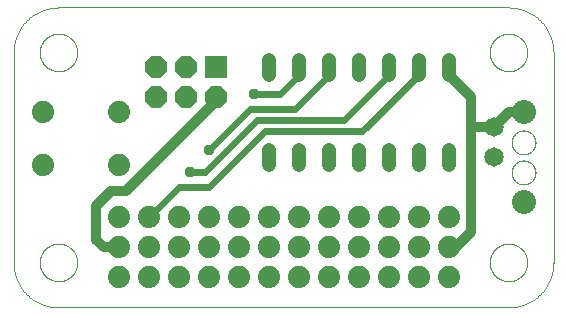
<source format=gtl>
G75*
%MOIN*%
%OFA0B0*%
%FSLAX25Y25*%
%IPPOS*%
%LPD*%
%AMOC8*
5,1,8,0,0,1.08239X$1,22.5*
%
%ADD10C,0.00000*%
%ADD11C,0.04800*%
%ADD12R,0.07400X0.07400*%
%ADD13OC8,0.07400*%
%ADD14C,0.07400*%
%ADD15C,0.08000*%
%ADD16C,0.06500*%
%ADD17C,0.03200*%
%ADD18C,0.02400*%
%ADD19C,0.03762*%
D10*
X0016000Y0001167D02*
X0166000Y0001167D01*
X0159750Y0016167D02*
X0159752Y0016325D01*
X0159758Y0016482D01*
X0159768Y0016640D01*
X0159782Y0016797D01*
X0159800Y0016953D01*
X0159821Y0017110D01*
X0159847Y0017265D01*
X0159877Y0017420D01*
X0159910Y0017574D01*
X0159948Y0017727D01*
X0159989Y0017880D01*
X0160034Y0018031D01*
X0160083Y0018181D01*
X0160136Y0018329D01*
X0160192Y0018477D01*
X0160253Y0018622D01*
X0160316Y0018767D01*
X0160384Y0018909D01*
X0160455Y0019050D01*
X0160529Y0019189D01*
X0160607Y0019326D01*
X0160689Y0019461D01*
X0160773Y0019594D01*
X0160862Y0019725D01*
X0160953Y0019853D01*
X0161048Y0019980D01*
X0161145Y0020103D01*
X0161246Y0020225D01*
X0161350Y0020343D01*
X0161457Y0020459D01*
X0161567Y0020572D01*
X0161679Y0020683D01*
X0161795Y0020790D01*
X0161913Y0020895D01*
X0162033Y0020997D01*
X0162156Y0021095D01*
X0162282Y0021191D01*
X0162410Y0021283D01*
X0162540Y0021372D01*
X0162672Y0021458D01*
X0162807Y0021540D01*
X0162944Y0021619D01*
X0163082Y0021694D01*
X0163222Y0021766D01*
X0163365Y0021834D01*
X0163508Y0021899D01*
X0163654Y0021960D01*
X0163801Y0022017D01*
X0163949Y0022071D01*
X0164099Y0022121D01*
X0164249Y0022167D01*
X0164401Y0022209D01*
X0164554Y0022248D01*
X0164708Y0022282D01*
X0164863Y0022313D01*
X0165018Y0022339D01*
X0165174Y0022362D01*
X0165331Y0022381D01*
X0165488Y0022396D01*
X0165645Y0022407D01*
X0165803Y0022414D01*
X0165961Y0022417D01*
X0166118Y0022416D01*
X0166276Y0022411D01*
X0166433Y0022402D01*
X0166591Y0022389D01*
X0166747Y0022372D01*
X0166904Y0022351D01*
X0167059Y0022327D01*
X0167214Y0022298D01*
X0167369Y0022265D01*
X0167522Y0022229D01*
X0167675Y0022188D01*
X0167826Y0022144D01*
X0167976Y0022096D01*
X0168125Y0022045D01*
X0168273Y0021989D01*
X0168419Y0021930D01*
X0168564Y0021867D01*
X0168707Y0021800D01*
X0168848Y0021730D01*
X0168987Y0021657D01*
X0169125Y0021580D01*
X0169261Y0021499D01*
X0169394Y0021415D01*
X0169525Y0021328D01*
X0169654Y0021237D01*
X0169781Y0021143D01*
X0169906Y0021046D01*
X0170027Y0020946D01*
X0170147Y0020843D01*
X0170263Y0020737D01*
X0170377Y0020628D01*
X0170489Y0020516D01*
X0170597Y0020402D01*
X0170702Y0020284D01*
X0170805Y0020164D01*
X0170904Y0020042D01*
X0171000Y0019917D01*
X0171093Y0019789D01*
X0171183Y0019660D01*
X0171269Y0019528D01*
X0171353Y0019394D01*
X0171432Y0019258D01*
X0171509Y0019120D01*
X0171581Y0018980D01*
X0171650Y0018838D01*
X0171716Y0018695D01*
X0171778Y0018550D01*
X0171836Y0018403D01*
X0171891Y0018255D01*
X0171942Y0018106D01*
X0171989Y0017955D01*
X0172032Y0017804D01*
X0172071Y0017651D01*
X0172107Y0017497D01*
X0172138Y0017343D01*
X0172166Y0017188D01*
X0172190Y0017032D01*
X0172210Y0016875D01*
X0172226Y0016718D01*
X0172238Y0016561D01*
X0172246Y0016404D01*
X0172250Y0016246D01*
X0172250Y0016088D01*
X0172246Y0015930D01*
X0172238Y0015773D01*
X0172226Y0015616D01*
X0172210Y0015459D01*
X0172190Y0015302D01*
X0172166Y0015146D01*
X0172138Y0014991D01*
X0172107Y0014837D01*
X0172071Y0014683D01*
X0172032Y0014530D01*
X0171989Y0014379D01*
X0171942Y0014228D01*
X0171891Y0014079D01*
X0171836Y0013931D01*
X0171778Y0013784D01*
X0171716Y0013639D01*
X0171650Y0013496D01*
X0171581Y0013354D01*
X0171509Y0013214D01*
X0171432Y0013076D01*
X0171353Y0012940D01*
X0171269Y0012806D01*
X0171183Y0012674D01*
X0171093Y0012545D01*
X0171000Y0012417D01*
X0170904Y0012292D01*
X0170805Y0012170D01*
X0170702Y0012050D01*
X0170597Y0011932D01*
X0170489Y0011818D01*
X0170377Y0011706D01*
X0170263Y0011597D01*
X0170147Y0011491D01*
X0170027Y0011388D01*
X0169906Y0011288D01*
X0169781Y0011191D01*
X0169654Y0011097D01*
X0169525Y0011006D01*
X0169394Y0010919D01*
X0169261Y0010835D01*
X0169125Y0010754D01*
X0168987Y0010677D01*
X0168848Y0010604D01*
X0168707Y0010534D01*
X0168564Y0010467D01*
X0168419Y0010404D01*
X0168273Y0010345D01*
X0168125Y0010289D01*
X0167976Y0010238D01*
X0167826Y0010190D01*
X0167675Y0010146D01*
X0167522Y0010105D01*
X0167369Y0010069D01*
X0167214Y0010036D01*
X0167059Y0010007D01*
X0166904Y0009983D01*
X0166747Y0009962D01*
X0166591Y0009945D01*
X0166433Y0009932D01*
X0166276Y0009923D01*
X0166118Y0009918D01*
X0165961Y0009917D01*
X0165803Y0009920D01*
X0165645Y0009927D01*
X0165488Y0009938D01*
X0165331Y0009953D01*
X0165174Y0009972D01*
X0165018Y0009995D01*
X0164863Y0010021D01*
X0164708Y0010052D01*
X0164554Y0010086D01*
X0164401Y0010125D01*
X0164249Y0010167D01*
X0164099Y0010213D01*
X0163949Y0010263D01*
X0163801Y0010317D01*
X0163654Y0010374D01*
X0163508Y0010435D01*
X0163365Y0010500D01*
X0163222Y0010568D01*
X0163082Y0010640D01*
X0162944Y0010715D01*
X0162807Y0010794D01*
X0162672Y0010876D01*
X0162540Y0010962D01*
X0162410Y0011051D01*
X0162282Y0011143D01*
X0162156Y0011239D01*
X0162033Y0011337D01*
X0161913Y0011439D01*
X0161795Y0011544D01*
X0161679Y0011651D01*
X0161567Y0011762D01*
X0161457Y0011875D01*
X0161350Y0011991D01*
X0161246Y0012109D01*
X0161145Y0012231D01*
X0161048Y0012354D01*
X0160953Y0012481D01*
X0160862Y0012609D01*
X0160773Y0012740D01*
X0160689Y0012873D01*
X0160607Y0013008D01*
X0160529Y0013145D01*
X0160455Y0013284D01*
X0160384Y0013425D01*
X0160316Y0013567D01*
X0160253Y0013712D01*
X0160192Y0013857D01*
X0160136Y0014005D01*
X0160083Y0014153D01*
X0160034Y0014303D01*
X0159989Y0014454D01*
X0159948Y0014607D01*
X0159910Y0014760D01*
X0159877Y0014914D01*
X0159847Y0015069D01*
X0159821Y0015224D01*
X0159800Y0015381D01*
X0159782Y0015537D01*
X0159768Y0015694D01*
X0159758Y0015852D01*
X0159752Y0016009D01*
X0159750Y0016167D01*
X0166000Y0001167D02*
X0166362Y0001171D01*
X0166725Y0001185D01*
X0167087Y0001206D01*
X0167448Y0001237D01*
X0167808Y0001276D01*
X0168167Y0001324D01*
X0168525Y0001381D01*
X0168882Y0001446D01*
X0169237Y0001520D01*
X0169590Y0001603D01*
X0169941Y0001694D01*
X0170289Y0001793D01*
X0170635Y0001901D01*
X0170979Y0002017D01*
X0171319Y0002142D01*
X0171656Y0002274D01*
X0171990Y0002415D01*
X0172321Y0002564D01*
X0172648Y0002721D01*
X0172971Y0002885D01*
X0173290Y0003057D01*
X0173604Y0003237D01*
X0173915Y0003425D01*
X0174220Y0003620D01*
X0174521Y0003822D01*
X0174817Y0004032D01*
X0175107Y0004248D01*
X0175393Y0004472D01*
X0175673Y0004702D01*
X0175947Y0004939D01*
X0176215Y0005183D01*
X0176478Y0005433D01*
X0176734Y0005689D01*
X0176984Y0005952D01*
X0177228Y0006220D01*
X0177465Y0006494D01*
X0177695Y0006774D01*
X0177919Y0007060D01*
X0178135Y0007350D01*
X0178345Y0007646D01*
X0178547Y0007947D01*
X0178742Y0008252D01*
X0178930Y0008563D01*
X0179110Y0008877D01*
X0179282Y0009196D01*
X0179446Y0009519D01*
X0179603Y0009846D01*
X0179752Y0010177D01*
X0179893Y0010511D01*
X0180025Y0010848D01*
X0180150Y0011188D01*
X0180266Y0011532D01*
X0180374Y0011878D01*
X0180473Y0012226D01*
X0180564Y0012577D01*
X0180647Y0012930D01*
X0180721Y0013285D01*
X0180786Y0013642D01*
X0180843Y0014000D01*
X0180891Y0014359D01*
X0180930Y0014719D01*
X0180961Y0015080D01*
X0180982Y0015442D01*
X0180996Y0015805D01*
X0181000Y0016167D01*
X0181000Y0086167D01*
X0159750Y0086167D02*
X0159752Y0086325D01*
X0159758Y0086482D01*
X0159768Y0086640D01*
X0159782Y0086797D01*
X0159800Y0086953D01*
X0159821Y0087110D01*
X0159847Y0087265D01*
X0159877Y0087420D01*
X0159910Y0087574D01*
X0159948Y0087727D01*
X0159989Y0087880D01*
X0160034Y0088031D01*
X0160083Y0088181D01*
X0160136Y0088329D01*
X0160192Y0088477D01*
X0160253Y0088622D01*
X0160316Y0088767D01*
X0160384Y0088909D01*
X0160455Y0089050D01*
X0160529Y0089189D01*
X0160607Y0089326D01*
X0160689Y0089461D01*
X0160773Y0089594D01*
X0160862Y0089725D01*
X0160953Y0089853D01*
X0161048Y0089980D01*
X0161145Y0090103D01*
X0161246Y0090225D01*
X0161350Y0090343D01*
X0161457Y0090459D01*
X0161567Y0090572D01*
X0161679Y0090683D01*
X0161795Y0090790D01*
X0161913Y0090895D01*
X0162033Y0090997D01*
X0162156Y0091095D01*
X0162282Y0091191D01*
X0162410Y0091283D01*
X0162540Y0091372D01*
X0162672Y0091458D01*
X0162807Y0091540D01*
X0162944Y0091619D01*
X0163082Y0091694D01*
X0163222Y0091766D01*
X0163365Y0091834D01*
X0163508Y0091899D01*
X0163654Y0091960D01*
X0163801Y0092017D01*
X0163949Y0092071D01*
X0164099Y0092121D01*
X0164249Y0092167D01*
X0164401Y0092209D01*
X0164554Y0092248D01*
X0164708Y0092282D01*
X0164863Y0092313D01*
X0165018Y0092339D01*
X0165174Y0092362D01*
X0165331Y0092381D01*
X0165488Y0092396D01*
X0165645Y0092407D01*
X0165803Y0092414D01*
X0165961Y0092417D01*
X0166118Y0092416D01*
X0166276Y0092411D01*
X0166433Y0092402D01*
X0166591Y0092389D01*
X0166747Y0092372D01*
X0166904Y0092351D01*
X0167059Y0092327D01*
X0167214Y0092298D01*
X0167369Y0092265D01*
X0167522Y0092229D01*
X0167675Y0092188D01*
X0167826Y0092144D01*
X0167976Y0092096D01*
X0168125Y0092045D01*
X0168273Y0091989D01*
X0168419Y0091930D01*
X0168564Y0091867D01*
X0168707Y0091800D01*
X0168848Y0091730D01*
X0168987Y0091657D01*
X0169125Y0091580D01*
X0169261Y0091499D01*
X0169394Y0091415D01*
X0169525Y0091328D01*
X0169654Y0091237D01*
X0169781Y0091143D01*
X0169906Y0091046D01*
X0170027Y0090946D01*
X0170147Y0090843D01*
X0170263Y0090737D01*
X0170377Y0090628D01*
X0170489Y0090516D01*
X0170597Y0090402D01*
X0170702Y0090284D01*
X0170805Y0090164D01*
X0170904Y0090042D01*
X0171000Y0089917D01*
X0171093Y0089789D01*
X0171183Y0089660D01*
X0171269Y0089528D01*
X0171353Y0089394D01*
X0171432Y0089258D01*
X0171509Y0089120D01*
X0171581Y0088980D01*
X0171650Y0088838D01*
X0171716Y0088695D01*
X0171778Y0088550D01*
X0171836Y0088403D01*
X0171891Y0088255D01*
X0171942Y0088106D01*
X0171989Y0087955D01*
X0172032Y0087804D01*
X0172071Y0087651D01*
X0172107Y0087497D01*
X0172138Y0087343D01*
X0172166Y0087188D01*
X0172190Y0087032D01*
X0172210Y0086875D01*
X0172226Y0086718D01*
X0172238Y0086561D01*
X0172246Y0086404D01*
X0172250Y0086246D01*
X0172250Y0086088D01*
X0172246Y0085930D01*
X0172238Y0085773D01*
X0172226Y0085616D01*
X0172210Y0085459D01*
X0172190Y0085302D01*
X0172166Y0085146D01*
X0172138Y0084991D01*
X0172107Y0084837D01*
X0172071Y0084683D01*
X0172032Y0084530D01*
X0171989Y0084379D01*
X0171942Y0084228D01*
X0171891Y0084079D01*
X0171836Y0083931D01*
X0171778Y0083784D01*
X0171716Y0083639D01*
X0171650Y0083496D01*
X0171581Y0083354D01*
X0171509Y0083214D01*
X0171432Y0083076D01*
X0171353Y0082940D01*
X0171269Y0082806D01*
X0171183Y0082674D01*
X0171093Y0082545D01*
X0171000Y0082417D01*
X0170904Y0082292D01*
X0170805Y0082170D01*
X0170702Y0082050D01*
X0170597Y0081932D01*
X0170489Y0081818D01*
X0170377Y0081706D01*
X0170263Y0081597D01*
X0170147Y0081491D01*
X0170027Y0081388D01*
X0169906Y0081288D01*
X0169781Y0081191D01*
X0169654Y0081097D01*
X0169525Y0081006D01*
X0169394Y0080919D01*
X0169261Y0080835D01*
X0169125Y0080754D01*
X0168987Y0080677D01*
X0168848Y0080604D01*
X0168707Y0080534D01*
X0168564Y0080467D01*
X0168419Y0080404D01*
X0168273Y0080345D01*
X0168125Y0080289D01*
X0167976Y0080238D01*
X0167826Y0080190D01*
X0167675Y0080146D01*
X0167522Y0080105D01*
X0167369Y0080069D01*
X0167214Y0080036D01*
X0167059Y0080007D01*
X0166904Y0079983D01*
X0166747Y0079962D01*
X0166591Y0079945D01*
X0166433Y0079932D01*
X0166276Y0079923D01*
X0166118Y0079918D01*
X0165961Y0079917D01*
X0165803Y0079920D01*
X0165645Y0079927D01*
X0165488Y0079938D01*
X0165331Y0079953D01*
X0165174Y0079972D01*
X0165018Y0079995D01*
X0164863Y0080021D01*
X0164708Y0080052D01*
X0164554Y0080086D01*
X0164401Y0080125D01*
X0164249Y0080167D01*
X0164099Y0080213D01*
X0163949Y0080263D01*
X0163801Y0080317D01*
X0163654Y0080374D01*
X0163508Y0080435D01*
X0163365Y0080500D01*
X0163222Y0080568D01*
X0163082Y0080640D01*
X0162944Y0080715D01*
X0162807Y0080794D01*
X0162672Y0080876D01*
X0162540Y0080962D01*
X0162410Y0081051D01*
X0162282Y0081143D01*
X0162156Y0081239D01*
X0162033Y0081337D01*
X0161913Y0081439D01*
X0161795Y0081544D01*
X0161679Y0081651D01*
X0161567Y0081762D01*
X0161457Y0081875D01*
X0161350Y0081991D01*
X0161246Y0082109D01*
X0161145Y0082231D01*
X0161048Y0082354D01*
X0160953Y0082481D01*
X0160862Y0082609D01*
X0160773Y0082740D01*
X0160689Y0082873D01*
X0160607Y0083008D01*
X0160529Y0083145D01*
X0160455Y0083284D01*
X0160384Y0083425D01*
X0160316Y0083567D01*
X0160253Y0083712D01*
X0160192Y0083857D01*
X0160136Y0084005D01*
X0160083Y0084153D01*
X0160034Y0084303D01*
X0159989Y0084454D01*
X0159948Y0084607D01*
X0159910Y0084760D01*
X0159877Y0084914D01*
X0159847Y0085069D01*
X0159821Y0085224D01*
X0159800Y0085381D01*
X0159782Y0085537D01*
X0159768Y0085694D01*
X0159758Y0085852D01*
X0159752Y0086009D01*
X0159750Y0086167D01*
X0166000Y0101167D02*
X0166362Y0101163D01*
X0166725Y0101149D01*
X0167087Y0101128D01*
X0167448Y0101097D01*
X0167808Y0101058D01*
X0168167Y0101010D01*
X0168525Y0100953D01*
X0168882Y0100888D01*
X0169237Y0100814D01*
X0169590Y0100731D01*
X0169941Y0100640D01*
X0170289Y0100541D01*
X0170635Y0100433D01*
X0170979Y0100317D01*
X0171319Y0100192D01*
X0171656Y0100060D01*
X0171990Y0099919D01*
X0172321Y0099770D01*
X0172648Y0099613D01*
X0172971Y0099449D01*
X0173290Y0099277D01*
X0173604Y0099097D01*
X0173915Y0098909D01*
X0174220Y0098714D01*
X0174521Y0098512D01*
X0174817Y0098302D01*
X0175107Y0098086D01*
X0175393Y0097862D01*
X0175673Y0097632D01*
X0175947Y0097395D01*
X0176215Y0097151D01*
X0176478Y0096901D01*
X0176734Y0096645D01*
X0176984Y0096382D01*
X0177228Y0096114D01*
X0177465Y0095840D01*
X0177695Y0095560D01*
X0177919Y0095274D01*
X0178135Y0094984D01*
X0178345Y0094688D01*
X0178547Y0094387D01*
X0178742Y0094082D01*
X0178930Y0093771D01*
X0179110Y0093457D01*
X0179282Y0093138D01*
X0179446Y0092815D01*
X0179603Y0092488D01*
X0179752Y0092157D01*
X0179893Y0091823D01*
X0180025Y0091486D01*
X0180150Y0091146D01*
X0180266Y0090802D01*
X0180374Y0090456D01*
X0180473Y0090108D01*
X0180564Y0089757D01*
X0180647Y0089404D01*
X0180721Y0089049D01*
X0180786Y0088692D01*
X0180843Y0088334D01*
X0180891Y0087975D01*
X0180930Y0087615D01*
X0180961Y0087254D01*
X0180982Y0086892D01*
X0180996Y0086529D01*
X0181000Y0086167D01*
X0166000Y0101167D02*
X0016000Y0101167D01*
X0009750Y0086167D02*
X0009752Y0086325D01*
X0009758Y0086482D01*
X0009768Y0086640D01*
X0009782Y0086797D01*
X0009800Y0086953D01*
X0009821Y0087110D01*
X0009847Y0087265D01*
X0009877Y0087420D01*
X0009910Y0087574D01*
X0009948Y0087727D01*
X0009989Y0087880D01*
X0010034Y0088031D01*
X0010083Y0088181D01*
X0010136Y0088329D01*
X0010192Y0088477D01*
X0010253Y0088622D01*
X0010316Y0088767D01*
X0010384Y0088909D01*
X0010455Y0089050D01*
X0010529Y0089189D01*
X0010607Y0089326D01*
X0010689Y0089461D01*
X0010773Y0089594D01*
X0010862Y0089725D01*
X0010953Y0089853D01*
X0011048Y0089980D01*
X0011145Y0090103D01*
X0011246Y0090225D01*
X0011350Y0090343D01*
X0011457Y0090459D01*
X0011567Y0090572D01*
X0011679Y0090683D01*
X0011795Y0090790D01*
X0011913Y0090895D01*
X0012033Y0090997D01*
X0012156Y0091095D01*
X0012282Y0091191D01*
X0012410Y0091283D01*
X0012540Y0091372D01*
X0012672Y0091458D01*
X0012807Y0091540D01*
X0012944Y0091619D01*
X0013082Y0091694D01*
X0013222Y0091766D01*
X0013365Y0091834D01*
X0013508Y0091899D01*
X0013654Y0091960D01*
X0013801Y0092017D01*
X0013949Y0092071D01*
X0014099Y0092121D01*
X0014249Y0092167D01*
X0014401Y0092209D01*
X0014554Y0092248D01*
X0014708Y0092282D01*
X0014863Y0092313D01*
X0015018Y0092339D01*
X0015174Y0092362D01*
X0015331Y0092381D01*
X0015488Y0092396D01*
X0015645Y0092407D01*
X0015803Y0092414D01*
X0015961Y0092417D01*
X0016118Y0092416D01*
X0016276Y0092411D01*
X0016433Y0092402D01*
X0016591Y0092389D01*
X0016747Y0092372D01*
X0016904Y0092351D01*
X0017059Y0092327D01*
X0017214Y0092298D01*
X0017369Y0092265D01*
X0017522Y0092229D01*
X0017675Y0092188D01*
X0017826Y0092144D01*
X0017976Y0092096D01*
X0018125Y0092045D01*
X0018273Y0091989D01*
X0018419Y0091930D01*
X0018564Y0091867D01*
X0018707Y0091800D01*
X0018848Y0091730D01*
X0018987Y0091657D01*
X0019125Y0091580D01*
X0019261Y0091499D01*
X0019394Y0091415D01*
X0019525Y0091328D01*
X0019654Y0091237D01*
X0019781Y0091143D01*
X0019906Y0091046D01*
X0020027Y0090946D01*
X0020147Y0090843D01*
X0020263Y0090737D01*
X0020377Y0090628D01*
X0020489Y0090516D01*
X0020597Y0090402D01*
X0020702Y0090284D01*
X0020805Y0090164D01*
X0020904Y0090042D01*
X0021000Y0089917D01*
X0021093Y0089789D01*
X0021183Y0089660D01*
X0021269Y0089528D01*
X0021353Y0089394D01*
X0021432Y0089258D01*
X0021509Y0089120D01*
X0021581Y0088980D01*
X0021650Y0088838D01*
X0021716Y0088695D01*
X0021778Y0088550D01*
X0021836Y0088403D01*
X0021891Y0088255D01*
X0021942Y0088106D01*
X0021989Y0087955D01*
X0022032Y0087804D01*
X0022071Y0087651D01*
X0022107Y0087497D01*
X0022138Y0087343D01*
X0022166Y0087188D01*
X0022190Y0087032D01*
X0022210Y0086875D01*
X0022226Y0086718D01*
X0022238Y0086561D01*
X0022246Y0086404D01*
X0022250Y0086246D01*
X0022250Y0086088D01*
X0022246Y0085930D01*
X0022238Y0085773D01*
X0022226Y0085616D01*
X0022210Y0085459D01*
X0022190Y0085302D01*
X0022166Y0085146D01*
X0022138Y0084991D01*
X0022107Y0084837D01*
X0022071Y0084683D01*
X0022032Y0084530D01*
X0021989Y0084379D01*
X0021942Y0084228D01*
X0021891Y0084079D01*
X0021836Y0083931D01*
X0021778Y0083784D01*
X0021716Y0083639D01*
X0021650Y0083496D01*
X0021581Y0083354D01*
X0021509Y0083214D01*
X0021432Y0083076D01*
X0021353Y0082940D01*
X0021269Y0082806D01*
X0021183Y0082674D01*
X0021093Y0082545D01*
X0021000Y0082417D01*
X0020904Y0082292D01*
X0020805Y0082170D01*
X0020702Y0082050D01*
X0020597Y0081932D01*
X0020489Y0081818D01*
X0020377Y0081706D01*
X0020263Y0081597D01*
X0020147Y0081491D01*
X0020027Y0081388D01*
X0019906Y0081288D01*
X0019781Y0081191D01*
X0019654Y0081097D01*
X0019525Y0081006D01*
X0019394Y0080919D01*
X0019261Y0080835D01*
X0019125Y0080754D01*
X0018987Y0080677D01*
X0018848Y0080604D01*
X0018707Y0080534D01*
X0018564Y0080467D01*
X0018419Y0080404D01*
X0018273Y0080345D01*
X0018125Y0080289D01*
X0017976Y0080238D01*
X0017826Y0080190D01*
X0017675Y0080146D01*
X0017522Y0080105D01*
X0017369Y0080069D01*
X0017214Y0080036D01*
X0017059Y0080007D01*
X0016904Y0079983D01*
X0016747Y0079962D01*
X0016591Y0079945D01*
X0016433Y0079932D01*
X0016276Y0079923D01*
X0016118Y0079918D01*
X0015961Y0079917D01*
X0015803Y0079920D01*
X0015645Y0079927D01*
X0015488Y0079938D01*
X0015331Y0079953D01*
X0015174Y0079972D01*
X0015018Y0079995D01*
X0014863Y0080021D01*
X0014708Y0080052D01*
X0014554Y0080086D01*
X0014401Y0080125D01*
X0014249Y0080167D01*
X0014099Y0080213D01*
X0013949Y0080263D01*
X0013801Y0080317D01*
X0013654Y0080374D01*
X0013508Y0080435D01*
X0013365Y0080500D01*
X0013222Y0080568D01*
X0013082Y0080640D01*
X0012944Y0080715D01*
X0012807Y0080794D01*
X0012672Y0080876D01*
X0012540Y0080962D01*
X0012410Y0081051D01*
X0012282Y0081143D01*
X0012156Y0081239D01*
X0012033Y0081337D01*
X0011913Y0081439D01*
X0011795Y0081544D01*
X0011679Y0081651D01*
X0011567Y0081762D01*
X0011457Y0081875D01*
X0011350Y0081991D01*
X0011246Y0082109D01*
X0011145Y0082231D01*
X0011048Y0082354D01*
X0010953Y0082481D01*
X0010862Y0082609D01*
X0010773Y0082740D01*
X0010689Y0082873D01*
X0010607Y0083008D01*
X0010529Y0083145D01*
X0010455Y0083284D01*
X0010384Y0083425D01*
X0010316Y0083567D01*
X0010253Y0083712D01*
X0010192Y0083857D01*
X0010136Y0084005D01*
X0010083Y0084153D01*
X0010034Y0084303D01*
X0009989Y0084454D01*
X0009948Y0084607D01*
X0009910Y0084760D01*
X0009877Y0084914D01*
X0009847Y0085069D01*
X0009821Y0085224D01*
X0009800Y0085381D01*
X0009782Y0085537D01*
X0009768Y0085694D01*
X0009758Y0085852D01*
X0009752Y0086009D01*
X0009750Y0086167D01*
X0001000Y0086167D02*
X0001004Y0086529D01*
X0001018Y0086892D01*
X0001039Y0087254D01*
X0001070Y0087615D01*
X0001109Y0087975D01*
X0001157Y0088334D01*
X0001214Y0088692D01*
X0001279Y0089049D01*
X0001353Y0089404D01*
X0001436Y0089757D01*
X0001527Y0090108D01*
X0001626Y0090456D01*
X0001734Y0090802D01*
X0001850Y0091146D01*
X0001975Y0091486D01*
X0002107Y0091823D01*
X0002248Y0092157D01*
X0002397Y0092488D01*
X0002554Y0092815D01*
X0002718Y0093138D01*
X0002890Y0093457D01*
X0003070Y0093771D01*
X0003258Y0094082D01*
X0003453Y0094387D01*
X0003655Y0094688D01*
X0003865Y0094984D01*
X0004081Y0095274D01*
X0004305Y0095560D01*
X0004535Y0095840D01*
X0004772Y0096114D01*
X0005016Y0096382D01*
X0005266Y0096645D01*
X0005522Y0096901D01*
X0005785Y0097151D01*
X0006053Y0097395D01*
X0006327Y0097632D01*
X0006607Y0097862D01*
X0006893Y0098086D01*
X0007183Y0098302D01*
X0007479Y0098512D01*
X0007780Y0098714D01*
X0008085Y0098909D01*
X0008396Y0099097D01*
X0008710Y0099277D01*
X0009029Y0099449D01*
X0009352Y0099613D01*
X0009679Y0099770D01*
X0010010Y0099919D01*
X0010344Y0100060D01*
X0010681Y0100192D01*
X0011021Y0100317D01*
X0011365Y0100433D01*
X0011711Y0100541D01*
X0012059Y0100640D01*
X0012410Y0100731D01*
X0012763Y0100814D01*
X0013118Y0100888D01*
X0013475Y0100953D01*
X0013833Y0101010D01*
X0014192Y0101058D01*
X0014552Y0101097D01*
X0014913Y0101128D01*
X0015275Y0101149D01*
X0015638Y0101163D01*
X0016000Y0101167D01*
X0001000Y0086167D02*
X0001000Y0016167D01*
X0009750Y0016167D02*
X0009752Y0016325D01*
X0009758Y0016482D01*
X0009768Y0016640D01*
X0009782Y0016797D01*
X0009800Y0016953D01*
X0009821Y0017110D01*
X0009847Y0017265D01*
X0009877Y0017420D01*
X0009910Y0017574D01*
X0009948Y0017727D01*
X0009989Y0017880D01*
X0010034Y0018031D01*
X0010083Y0018181D01*
X0010136Y0018329D01*
X0010192Y0018477D01*
X0010253Y0018622D01*
X0010316Y0018767D01*
X0010384Y0018909D01*
X0010455Y0019050D01*
X0010529Y0019189D01*
X0010607Y0019326D01*
X0010689Y0019461D01*
X0010773Y0019594D01*
X0010862Y0019725D01*
X0010953Y0019853D01*
X0011048Y0019980D01*
X0011145Y0020103D01*
X0011246Y0020225D01*
X0011350Y0020343D01*
X0011457Y0020459D01*
X0011567Y0020572D01*
X0011679Y0020683D01*
X0011795Y0020790D01*
X0011913Y0020895D01*
X0012033Y0020997D01*
X0012156Y0021095D01*
X0012282Y0021191D01*
X0012410Y0021283D01*
X0012540Y0021372D01*
X0012672Y0021458D01*
X0012807Y0021540D01*
X0012944Y0021619D01*
X0013082Y0021694D01*
X0013222Y0021766D01*
X0013365Y0021834D01*
X0013508Y0021899D01*
X0013654Y0021960D01*
X0013801Y0022017D01*
X0013949Y0022071D01*
X0014099Y0022121D01*
X0014249Y0022167D01*
X0014401Y0022209D01*
X0014554Y0022248D01*
X0014708Y0022282D01*
X0014863Y0022313D01*
X0015018Y0022339D01*
X0015174Y0022362D01*
X0015331Y0022381D01*
X0015488Y0022396D01*
X0015645Y0022407D01*
X0015803Y0022414D01*
X0015961Y0022417D01*
X0016118Y0022416D01*
X0016276Y0022411D01*
X0016433Y0022402D01*
X0016591Y0022389D01*
X0016747Y0022372D01*
X0016904Y0022351D01*
X0017059Y0022327D01*
X0017214Y0022298D01*
X0017369Y0022265D01*
X0017522Y0022229D01*
X0017675Y0022188D01*
X0017826Y0022144D01*
X0017976Y0022096D01*
X0018125Y0022045D01*
X0018273Y0021989D01*
X0018419Y0021930D01*
X0018564Y0021867D01*
X0018707Y0021800D01*
X0018848Y0021730D01*
X0018987Y0021657D01*
X0019125Y0021580D01*
X0019261Y0021499D01*
X0019394Y0021415D01*
X0019525Y0021328D01*
X0019654Y0021237D01*
X0019781Y0021143D01*
X0019906Y0021046D01*
X0020027Y0020946D01*
X0020147Y0020843D01*
X0020263Y0020737D01*
X0020377Y0020628D01*
X0020489Y0020516D01*
X0020597Y0020402D01*
X0020702Y0020284D01*
X0020805Y0020164D01*
X0020904Y0020042D01*
X0021000Y0019917D01*
X0021093Y0019789D01*
X0021183Y0019660D01*
X0021269Y0019528D01*
X0021353Y0019394D01*
X0021432Y0019258D01*
X0021509Y0019120D01*
X0021581Y0018980D01*
X0021650Y0018838D01*
X0021716Y0018695D01*
X0021778Y0018550D01*
X0021836Y0018403D01*
X0021891Y0018255D01*
X0021942Y0018106D01*
X0021989Y0017955D01*
X0022032Y0017804D01*
X0022071Y0017651D01*
X0022107Y0017497D01*
X0022138Y0017343D01*
X0022166Y0017188D01*
X0022190Y0017032D01*
X0022210Y0016875D01*
X0022226Y0016718D01*
X0022238Y0016561D01*
X0022246Y0016404D01*
X0022250Y0016246D01*
X0022250Y0016088D01*
X0022246Y0015930D01*
X0022238Y0015773D01*
X0022226Y0015616D01*
X0022210Y0015459D01*
X0022190Y0015302D01*
X0022166Y0015146D01*
X0022138Y0014991D01*
X0022107Y0014837D01*
X0022071Y0014683D01*
X0022032Y0014530D01*
X0021989Y0014379D01*
X0021942Y0014228D01*
X0021891Y0014079D01*
X0021836Y0013931D01*
X0021778Y0013784D01*
X0021716Y0013639D01*
X0021650Y0013496D01*
X0021581Y0013354D01*
X0021509Y0013214D01*
X0021432Y0013076D01*
X0021353Y0012940D01*
X0021269Y0012806D01*
X0021183Y0012674D01*
X0021093Y0012545D01*
X0021000Y0012417D01*
X0020904Y0012292D01*
X0020805Y0012170D01*
X0020702Y0012050D01*
X0020597Y0011932D01*
X0020489Y0011818D01*
X0020377Y0011706D01*
X0020263Y0011597D01*
X0020147Y0011491D01*
X0020027Y0011388D01*
X0019906Y0011288D01*
X0019781Y0011191D01*
X0019654Y0011097D01*
X0019525Y0011006D01*
X0019394Y0010919D01*
X0019261Y0010835D01*
X0019125Y0010754D01*
X0018987Y0010677D01*
X0018848Y0010604D01*
X0018707Y0010534D01*
X0018564Y0010467D01*
X0018419Y0010404D01*
X0018273Y0010345D01*
X0018125Y0010289D01*
X0017976Y0010238D01*
X0017826Y0010190D01*
X0017675Y0010146D01*
X0017522Y0010105D01*
X0017369Y0010069D01*
X0017214Y0010036D01*
X0017059Y0010007D01*
X0016904Y0009983D01*
X0016747Y0009962D01*
X0016591Y0009945D01*
X0016433Y0009932D01*
X0016276Y0009923D01*
X0016118Y0009918D01*
X0015961Y0009917D01*
X0015803Y0009920D01*
X0015645Y0009927D01*
X0015488Y0009938D01*
X0015331Y0009953D01*
X0015174Y0009972D01*
X0015018Y0009995D01*
X0014863Y0010021D01*
X0014708Y0010052D01*
X0014554Y0010086D01*
X0014401Y0010125D01*
X0014249Y0010167D01*
X0014099Y0010213D01*
X0013949Y0010263D01*
X0013801Y0010317D01*
X0013654Y0010374D01*
X0013508Y0010435D01*
X0013365Y0010500D01*
X0013222Y0010568D01*
X0013082Y0010640D01*
X0012944Y0010715D01*
X0012807Y0010794D01*
X0012672Y0010876D01*
X0012540Y0010962D01*
X0012410Y0011051D01*
X0012282Y0011143D01*
X0012156Y0011239D01*
X0012033Y0011337D01*
X0011913Y0011439D01*
X0011795Y0011544D01*
X0011679Y0011651D01*
X0011567Y0011762D01*
X0011457Y0011875D01*
X0011350Y0011991D01*
X0011246Y0012109D01*
X0011145Y0012231D01*
X0011048Y0012354D01*
X0010953Y0012481D01*
X0010862Y0012609D01*
X0010773Y0012740D01*
X0010689Y0012873D01*
X0010607Y0013008D01*
X0010529Y0013145D01*
X0010455Y0013284D01*
X0010384Y0013425D01*
X0010316Y0013567D01*
X0010253Y0013712D01*
X0010192Y0013857D01*
X0010136Y0014005D01*
X0010083Y0014153D01*
X0010034Y0014303D01*
X0009989Y0014454D01*
X0009948Y0014607D01*
X0009910Y0014760D01*
X0009877Y0014914D01*
X0009847Y0015069D01*
X0009821Y0015224D01*
X0009800Y0015381D01*
X0009782Y0015537D01*
X0009768Y0015694D01*
X0009758Y0015852D01*
X0009752Y0016009D01*
X0009750Y0016167D01*
X0001000Y0016167D02*
X0001004Y0015805D01*
X0001018Y0015442D01*
X0001039Y0015080D01*
X0001070Y0014719D01*
X0001109Y0014359D01*
X0001157Y0014000D01*
X0001214Y0013642D01*
X0001279Y0013285D01*
X0001353Y0012930D01*
X0001436Y0012577D01*
X0001527Y0012226D01*
X0001626Y0011878D01*
X0001734Y0011532D01*
X0001850Y0011188D01*
X0001975Y0010848D01*
X0002107Y0010511D01*
X0002248Y0010177D01*
X0002397Y0009846D01*
X0002554Y0009519D01*
X0002718Y0009196D01*
X0002890Y0008877D01*
X0003070Y0008563D01*
X0003258Y0008252D01*
X0003453Y0007947D01*
X0003655Y0007646D01*
X0003865Y0007350D01*
X0004081Y0007060D01*
X0004305Y0006774D01*
X0004535Y0006494D01*
X0004772Y0006220D01*
X0005016Y0005952D01*
X0005266Y0005689D01*
X0005522Y0005433D01*
X0005785Y0005183D01*
X0006053Y0004939D01*
X0006327Y0004702D01*
X0006607Y0004472D01*
X0006893Y0004248D01*
X0007183Y0004032D01*
X0007479Y0003822D01*
X0007780Y0003620D01*
X0008085Y0003425D01*
X0008396Y0003237D01*
X0008710Y0003057D01*
X0009029Y0002885D01*
X0009352Y0002721D01*
X0009679Y0002564D01*
X0010010Y0002415D01*
X0010344Y0002274D01*
X0010681Y0002142D01*
X0011021Y0002017D01*
X0011365Y0001901D01*
X0011711Y0001793D01*
X0012059Y0001694D01*
X0012410Y0001603D01*
X0012763Y0001520D01*
X0013118Y0001446D01*
X0013475Y0001381D01*
X0013833Y0001324D01*
X0014192Y0001276D01*
X0014552Y0001237D01*
X0014913Y0001206D01*
X0015275Y0001185D01*
X0015638Y0001171D01*
X0016000Y0001167D01*
X0167000Y0046167D02*
X0167002Y0046293D01*
X0167008Y0046419D01*
X0167018Y0046545D01*
X0167032Y0046671D01*
X0167050Y0046796D01*
X0167072Y0046920D01*
X0167097Y0047044D01*
X0167127Y0047167D01*
X0167160Y0047288D01*
X0167198Y0047409D01*
X0167239Y0047528D01*
X0167284Y0047647D01*
X0167332Y0047763D01*
X0167384Y0047878D01*
X0167440Y0047991D01*
X0167500Y0048103D01*
X0167563Y0048212D01*
X0167629Y0048320D01*
X0167698Y0048425D01*
X0167771Y0048528D01*
X0167848Y0048629D01*
X0167927Y0048727D01*
X0168009Y0048823D01*
X0168095Y0048916D01*
X0168183Y0049007D01*
X0168274Y0049094D01*
X0168368Y0049179D01*
X0168464Y0049260D01*
X0168563Y0049339D01*
X0168664Y0049414D01*
X0168768Y0049486D01*
X0168874Y0049555D01*
X0168982Y0049621D01*
X0169092Y0049683D01*
X0169204Y0049741D01*
X0169317Y0049796D01*
X0169433Y0049847D01*
X0169550Y0049895D01*
X0169668Y0049939D01*
X0169788Y0049979D01*
X0169909Y0050015D01*
X0170031Y0050048D01*
X0170154Y0050077D01*
X0170278Y0050101D01*
X0170402Y0050122D01*
X0170527Y0050139D01*
X0170653Y0050152D01*
X0170779Y0050161D01*
X0170905Y0050166D01*
X0171032Y0050167D01*
X0171158Y0050164D01*
X0171284Y0050157D01*
X0171410Y0050146D01*
X0171535Y0050131D01*
X0171660Y0050112D01*
X0171784Y0050089D01*
X0171908Y0050063D01*
X0172030Y0050032D01*
X0172152Y0049998D01*
X0172272Y0049959D01*
X0172391Y0049917D01*
X0172509Y0049872D01*
X0172625Y0049822D01*
X0172740Y0049769D01*
X0172852Y0049712D01*
X0172963Y0049652D01*
X0173072Y0049588D01*
X0173179Y0049521D01*
X0173284Y0049451D01*
X0173387Y0049377D01*
X0173487Y0049300D01*
X0173585Y0049220D01*
X0173680Y0049137D01*
X0173772Y0049051D01*
X0173862Y0048962D01*
X0173949Y0048870D01*
X0174032Y0048776D01*
X0174113Y0048679D01*
X0174191Y0048579D01*
X0174266Y0048477D01*
X0174337Y0048373D01*
X0174405Y0048266D01*
X0174469Y0048158D01*
X0174530Y0048047D01*
X0174588Y0047935D01*
X0174642Y0047821D01*
X0174692Y0047705D01*
X0174739Y0047588D01*
X0174782Y0047469D01*
X0174821Y0047349D01*
X0174857Y0047228D01*
X0174888Y0047105D01*
X0174916Y0046982D01*
X0174940Y0046858D01*
X0174960Y0046733D01*
X0174976Y0046608D01*
X0174988Y0046482D01*
X0174996Y0046356D01*
X0175000Y0046230D01*
X0175000Y0046104D01*
X0174996Y0045978D01*
X0174988Y0045852D01*
X0174976Y0045726D01*
X0174960Y0045601D01*
X0174940Y0045476D01*
X0174916Y0045352D01*
X0174888Y0045229D01*
X0174857Y0045106D01*
X0174821Y0044985D01*
X0174782Y0044865D01*
X0174739Y0044746D01*
X0174692Y0044629D01*
X0174642Y0044513D01*
X0174588Y0044399D01*
X0174530Y0044287D01*
X0174469Y0044176D01*
X0174405Y0044068D01*
X0174337Y0043961D01*
X0174266Y0043857D01*
X0174191Y0043755D01*
X0174113Y0043655D01*
X0174032Y0043558D01*
X0173949Y0043464D01*
X0173862Y0043372D01*
X0173772Y0043283D01*
X0173680Y0043197D01*
X0173585Y0043114D01*
X0173487Y0043034D01*
X0173387Y0042957D01*
X0173284Y0042883D01*
X0173179Y0042813D01*
X0173072Y0042746D01*
X0172963Y0042682D01*
X0172852Y0042622D01*
X0172740Y0042565D01*
X0172625Y0042512D01*
X0172509Y0042462D01*
X0172391Y0042417D01*
X0172272Y0042375D01*
X0172152Y0042336D01*
X0172030Y0042302D01*
X0171908Y0042271D01*
X0171784Y0042245D01*
X0171660Y0042222D01*
X0171535Y0042203D01*
X0171410Y0042188D01*
X0171284Y0042177D01*
X0171158Y0042170D01*
X0171032Y0042167D01*
X0170905Y0042168D01*
X0170779Y0042173D01*
X0170653Y0042182D01*
X0170527Y0042195D01*
X0170402Y0042212D01*
X0170278Y0042233D01*
X0170154Y0042257D01*
X0170031Y0042286D01*
X0169909Y0042319D01*
X0169788Y0042355D01*
X0169668Y0042395D01*
X0169550Y0042439D01*
X0169433Y0042487D01*
X0169317Y0042538D01*
X0169204Y0042593D01*
X0169092Y0042651D01*
X0168982Y0042713D01*
X0168874Y0042779D01*
X0168768Y0042848D01*
X0168664Y0042920D01*
X0168563Y0042995D01*
X0168464Y0043074D01*
X0168368Y0043155D01*
X0168274Y0043240D01*
X0168183Y0043327D01*
X0168095Y0043418D01*
X0168009Y0043511D01*
X0167927Y0043607D01*
X0167848Y0043705D01*
X0167771Y0043806D01*
X0167698Y0043909D01*
X0167629Y0044014D01*
X0167563Y0044122D01*
X0167500Y0044231D01*
X0167440Y0044343D01*
X0167384Y0044456D01*
X0167332Y0044571D01*
X0167284Y0044687D01*
X0167239Y0044806D01*
X0167198Y0044925D01*
X0167160Y0045046D01*
X0167127Y0045167D01*
X0167097Y0045290D01*
X0167072Y0045414D01*
X0167050Y0045538D01*
X0167032Y0045663D01*
X0167018Y0045789D01*
X0167008Y0045915D01*
X0167002Y0046041D01*
X0167000Y0046167D01*
X0167000Y0056167D02*
X0167002Y0056293D01*
X0167008Y0056419D01*
X0167018Y0056545D01*
X0167032Y0056671D01*
X0167050Y0056796D01*
X0167072Y0056920D01*
X0167097Y0057044D01*
X0167127Y0057167D01*
X0167160Y0057288D01*
X0167198Y0057409D01*
X0167239Y0057528D01*
X0167284Y0057647D01*
X0167332Y0057763D01*
X0167384Y0057878D01*
X0167440Y0057991D01*
X0167500Y0058103D01*
X0167563Y0058212D01*
X0167629Y0058320D01*
X0167698Y0058425D01*
X0167771Y0058528D01*
X0167848Y0058629D01*
X0167927Y0058727D01*
X0168009Y0058823D01*
X0168095Y0058916D01*
X0168183Y0059007D01*
X0168274Y0059094D01*
X0168368Y0059179D01*
X0168464Y0059260D01*
X0168563Y0059339D01*
X0168664Y0059414D01*
X0168768Y0059486D01*
X0168874Y0059555D01*
X0168982Y0059621D01*
X0169092Y0059683D01*
X0169204Y0059741D01*
X0169317Y0059796D01*
X0169433Y0059847D01*
X0169550Y0059895D01*
X0169668Y0059939D01*
X0169788Y0059979D01*
X0169909Y0060015D01*
X0170031Y0060048D01*
X0170154Y0060077D01*
X0170278Y0060101D01*
X0170402Y0060122D01*
X0170527Y0060139D01*
X0170653Y0060152D01*
X0170779Y0060161D01*
X0170905Y0060166D01*
X0171032Y0060167D01*
X0171158Y0060164D01*
X0171284Y0060157D01*
X0171410Y0060146D01*
X0171535Y0060131D01*
X0171660Y0060112D01*
X0171784Y0060089D01*
X0171908Y0060063D01*
X0172030Y0060032D01*
X0172152Y0059998D01*
X0172272Y0059959D01*
X0172391Y0059917D01*
X0172509Y0059872D01*
X0172625Y0059822D01*
X0172740Y0059769D01*
X0172852Y0059712D01*
X0172963Y0059652D01*
X0173072Y0059588D01*
X0173179Y0059521D01*
X0173284Y0059451D01*
X0173387Y0059377D01*
X0173487Y0059300D01*
X0173585Y0059220D01*
X0173680Y0059137D01*
X0173772Y0059051D01*
X0173862Y0058962D01*
X0173949Y0058870D01*
X0174032Y0058776D01*
X0174113Y0058679D01*
X0174191Y0058579D01*
X0174266Y0058477D01*
X0174337Y0058373D01*
X0174405Y0058266D01*
X0174469Y0058158D01*
X0174530Y0058047D01*
X0174588Y0057935D01*
X0174642Y0057821D01*
X0174692Y0057705D01*
X0174739Y0057588D01*
X0174782Y0057469D01*
X0174821Y0057349D01*
X0174857Y0057228D01*
X0174888Y0057105D01*
X0174916Y0056982D01*
X0174940Y0056858D01*
X0174960Y0056733D01*
X0174976Y0056608D01*
X0174988Y0056482D01*
X0174996Y0056356D01*
X0175000Y0056230D01*
X0175000Y0056104D01*
X0174996Y0055978D01*
X0174988Y0055852D01*
X0174976Y0055726D01*
X0174960Y0055601D01*
X0174940Y0055476D01*
X0174916Y0055352D01*
X0174888Y0055229D01*
X0174857Y0055106D01*
X0174821Y0054985D01*
X0174782Y0054865D01*
X0174739Y0054746D01*
X0174692Y0054629D01*
X0174642Y0054513D01*
X0174588Y0054399D01*
X0174530Y0054287D01*
X0174469Y0054176D01*
X0174405Y0054068D01*
X0174337Y0053961D01*
X0174266Y0053857D01*
X0174191Y0053755D01*
X0174113Y0053655D01*
X0174032Y0053558D01*
X0173949Y0053464D01*
X0173862Y0053372D01*
X0173772Y0053283D01*
X0173680Y0053197D01*
X0173585Y0053114D01*
X0173487Y0053034D01*
X0173387Y0052957D01*
X0173284Y0052883D01*
X0173179Y0052813D01*
X0173072Y0052746D01*
X0172963Y0052682D01*
X0172852Y0052622D01*
X0172740Y0052565D01*
X0172625Y0052512D01*
X0172509Y0052462D01*
X0172391Y0052417D01*
X0172272Y0052375D01*
X0172152Y0052336D01*
X0172030Y0052302D01*
X0171908Y0052271D01*
X0171784Y0052245D01*
X0171660Y0052222D01*
X0171535Y0052203D01*
X0171410Y0052188D01*
X0171284Y0052177D01*
X0171158Y0052170D01*
X0171032Y0052167D01*
X0170905Y0052168D01*
X0170779Y0052173D01*
X0170653Y0052182D01*
X0170527Y0052195D01*
X0170402Y0052212D01*
X0170278Y0052233D01*
X0170154Y0052257D01*
X0170031Y0052286D01*
X0169909Y0052319D01*
X0169788Y0052355D01*
X0169668Y0052395D01*
X0169550Y0052439D01*
X0169433Y0052487D01*
X0169317Y0052538D01*
X0169204Y0052593D01*
X0169092Y0052651D01*
X0168982Y0052713D01*
X0168874Y0052779D01*
X0168768Y0052848D01*
X0168664Y0052920D01*
X0168563Y0052995D01*
X0168464Y0053074D01*
X0168368Y0053155D01*
X0168274Y0053240D01*
X0168183Y0053327D01*
X0168095Y0053418D01*
X0168009Y0053511D01*
X0167927Y0053607D01*
X0167848Y0053705D01*
X0167771Y0053806D01*
X0167698Y0053909D01*
X0167629Y0054014D01*
X0167563Y0054122D01*
X0167500Y0054231D01*
X0167440Y0054343D01*
X0167384Y0054456D01*
X0167332Y0054571D01*
X0167284Y0054687D01*
X0167239Y0054806D01*
X0167198Y0054925D01*
X0167160Y0055046D01*
X0167127Y0055167D01*
X0167097Y0055290D01*
X0167072Y0055414D01*
X0167050Y0055538D01*
X0167032Y0055663D01*
X0167018Y0055789D01*
X0167008Y0055915D01*
X0167002Y0056041D01*
X0167000Y0056167D01*
D11*
X0146000Y0053567D02*
X0146000Y0048767D01*
X0136000Y0048767D02*
X0136000Y0053567D01*
X0126000Y0053567D02*
X0126000Y0048767D01*
X0116000Y0048767D02*
X0116000Y0053567D01*
X0106000Y0053567D02*
X0106000Y0048767D01*
X0096000Y0048767D02*
X0096000Y0053567D01*
X0086000Y0053567D02*
X0086000Y0048767D01*
X0086000Y0078767D02*
X0086000Y0083567D01*
X0096000Y0083567D02*
X0096000Y0078767D01*
X0106000Y0078767D02*
X0106000Y0083567D01*
X0116000Y0083567D02*
X0116000Y0078767D01*
X0126000Y0078767D02*
X0126000Y0083567D01*
X0136000Y0083567D02*
X0136000Y0078767D01*
X0146000Y0078767D02*
X0146000Y0083567D01*
D12*
X0068500Y0081167D03*
D13*
X0058500Y0081167D03*
X0048500Y0081167D03*
X0048500Y0071167D03*
X0058500Y0071167D03*
X0068500Y0071167D03*
D14*
X0036300Y0066317D03*
X0010700Y0066317D03*
X0010700Y0048517D03*
X0036300Y0048517D03*
X0036000Y0031167D03*
X0046000Y0031167D03*
X0056000Y0031167D03*
X0066000Y0031167D03*
X0076000Y0031167D03*
X0086000Y0031167D03*
X0096000Y0031167D03*
X0106000Y0031167D03*
X0116000Y0031167D03*
X0126000Y0031167D03*
X0136000Y0031167D03*
X0146000Y0031167D03*
X0146000Y0021167D03*
X0136000Y0021167D03*
X0126000Y0021167D03*
X0116000Y0021167D03*
X0106000Y0021167D03*
X0096000Y0021167D03*
X0086000Y0021167D03*
X0076000Y0021167D03*
X0066000Y0021167D03*
X0056000Y0021167D03*
X0046000Y0021167D03*
X0036000Y0021167D03*
X0036000Y0011167D03*
X0046000Y0011167D03*
X0056000Y0011167D03*
X0066000Y0011167D03*
X0076000Y0011167D03*
X0086000Y0011167D03*
X0096000Y0011167D03*
X0106000Y0011167D03*
X0116000Y0011167D03*
X0126000Y0011167D03*
X0136000Y0011167D03*
X0146000Y0011167D03*
D15*
X0171000Y0036167D03*
X0171000Y0066167D03*
D16*
X0161000Y0061167D03*
X0161000Y0051167D03*
D17*
X0161000Y0061167D02*
X0153500Y0061167D01*
X0153500Y0071167D01*
X0146000Y0078667D01*
X0146000Y0081167D01*
X0166000Y0066167D02*
X0161000Y0061167D01*
X0153500Y0061167D02*
X0153500Y0026167D01*
X0148500Y0021167D01*
X0146000Y0021167D01*
X0166000Y0066167D02*
X0171000Y0066167D01*
X0068500Y0069917D02*
X0038500Y0039917D01*
X0033500Y0039917D01*
X0028500Y0034917D01*
X0028500Y0023667D01*
X0031000Y0021167D01*
X0036000Y0021167D01*
X0068500Y0069917D02*
X0068500Y0071167D01*
D18*
X0079750Y0067417D02*
X0066000Y0053667D01*
X0064750Y0046167D02*
X0059750Y0046167D01*
X0064750Y0046167D02*
X0082250Y0063667D01*
X0111000Y0063667D01*
X0126000Y0078667D01*
X0126000Y0081167D01*
X0136000Y0081167D02*
X0136000Y0078667D01*
X0117250Y0059917D01*
X0084750Y0059917D01*
X0066000Y0041167D01*
X0056000Y0041167D01*
X0046000Y0031167D01*
X0079750Y0067417D02*
X0094750Y0067417D01*
X0106000Y0078667D01*
X0106000Y0081167D01*
X0096000Y0081167D02*
X0096000Y0078667D01*
X0089750Y0072417D01*
X0081000Y0072417D01*
D19*
X0081000Y0072417D03*
X0066000Y0053667D03*
X0059750Y0046167D03*
M02*

</source>
